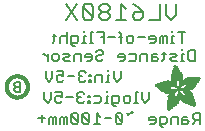
<source format=gbr>
G04 EAGLE Gerber RS-274X export*
G75*
%MOMM*%
%FSLAX34Y34*%
%LPD*%
%INSilkscreen Bottom*%
%IPPOS*%
%AMOC8*
5,1,8,0,0,1.08239X$1,22.5*%
G01*
%ADD10C,0.203200*%
%ADD11C,0.152400*%
%ADD12R,0.050800X0.006300*%
%ADD13R,0.082600X0.006400*%
%ADD14R,0.120600X0.006300*%
%ADD15R,0.139700X0.006400*%
%ADD16R,0.158800X0.006300*%
%ADD17R,0.177800X0.006400*%
%ADD18R,0.196800X0.006300*%
%ADD19R,0.215900X0.006400*%
%ADD20R,0.228600X0.006300*%
%ADD21R,0.241300X0.006400*%
%ADD22R,0.254000X0.006300*%
%ADD23R,0.266700X0.006400*%
%ADD24R,0.279400X0.006300*%
%ADD25R,0.285700X0.006400*%
%ADD26R,0.298400X0.006300*%
%ADD27R,0.311200X0.006400*%
%ADD28R,0.317500X0.006300*%
%ADD29R,0.330200X0.006400*%
%ADD30R,0.336600X0.006300*%
%ADD31R,0.349200X0.006400*%
%ADD32R,0.361900X0.006300*%
%ADD33R,0.368300X0.006400*%
%ADD34R,0.381000X0.006300*%
%ADD35R,0.387300X0.006400*%
%ADD36R,0.393700X0.006300*%
%ADD37R,0.406400X0.006400*%
%ADD38R,0.412700X0.006300*%
%ADD39R,0.419100X0.006400*%
%ADD40R,0.431800X0.006300*%
%ADD41R,0.438100X0.006400*%
%ADD42R,0.450800X0.006300*%
%ADD43R,0.457200X0.006400*%
%ADD44R,0.463500X0.006300*%
%ADD45R,0.476200X0.006400*%
%ADD46R,0.482600X0.006300*%
%ADD47R,0.488900X0.006400*%
%ADD48R,0.501600X0.006300*%
%ADD49R,0.508000X0.006400*%
%ADD50R,0.514300X0.006300*%
%ADD51R,0.527000X0.006400*%
%ADD52R,0.533400X0.006300*%
%ADD53R,0.546100X0.006400*%
%ADD54R,0.552400X0.006300*%
%ADD55R,0.558800X0.006400*%
%ADD56R,0.571500X0.006300*%
%ADD57R,0.577800X0.006400*%
%ADD58R,0.584200X0.006300*%
%ADD59R,0.596900X0.006400*%
%ADD60R,0.603200X0.006300*%
%ADD61R,0.609600X0.006400*%
%ADD62R,0.622300X0.006300*%
%ADD63R,0.628600X0.006400*%
%ADD64R,0.641300X0.006300*%
%ADD65R,0.647700X0.006400*%
%ADD66R,0.063500X0.006300*%
%ADD67R,0.654000X0.006300*%
%ADD68R,0.101600X0.006400*%
%ADD69R,0.666700X0.006400*%
%ADD70R,0.139700X0.006300*%
%ADD71R,0.673100X0.006300*%
%ADD72R,0.165100X0.006400*%
%ADD73R,0.679400X0.006400*%
%ADD74R,0.196900X0.006300*%
%ADD75R,0.692100X0.006300*%
%ADD76R,0.222200X0.006400*%
%ADD77R,0.698500X0.006400*%
%ADD78R,0.247700X0.006300*%
%ADD79R,0.704800X0.006300*%
%ADD80R,0.279400X0.006400*%
%ADD81R,0.717500X0.006400*%
%ADD82R,0.298500X0.006300*%
%ADD83R,0.723900X0.006300*%
%ADD84R,0.736600X0.006400*%
%ADD85R,0.342900X0.006300*%
%ADD86R,0.742900X0.006300*%
%ADD87R,0.374700X0.006400*%
%ADD88R,0.749300X0.006400*%
%ADD89R,0.762000X0.006300*%
%ADD90R,0.412700X0.006400*%
%ADD91R,0.768300X0.006400*%
%ADD92R,0.438100X0.006300*%
%ADD93R,0.774700X0.006300*%
%ADD94R,0.463600X0.006400*%
%ADD95R,0.787400X0.006400*%
%ADD96R,0.793700X0.006300*%
%ADD97R,0.495300X0.006400*%
%ADD98R,0.800100X0.006400*%
%ADD99R,0.520700X0.006300*%
%ADD100R,0.812800X0.006300*%
%ADD101R,0.533400X0.006400*%
%ADD102R,0.819100X0.006400*%
%ADD103R,0.558800X0.006300*%
%ADD104R,0.825500X0.006300*%
%ADD105R,0.577900X0.006400*%
%ADD106R,0.831800X0.006400*%
%ADD107R,0.596900X0.006300*%
%ADD108R,0.844500X0.006300*%
%ADD109R,0.616000X0.006400*%
%ADD110R,0.850900X0.006400*%
%ADD111R,0.635000X0.006300*%
%ADD112R,0.857200X0.006300*%
%ADD113R,0.654100X0.006400*%
%ADD114R,0.863600X0.006400*%
%ADD115R,0.666700X0.006300*%
%ADD116R,0.869900X0.006300*%
%ADD117R,0.685800X0.006400*%
%ADD118R,0.876300X0.006400*%
%ADD119R,0.882600X0.006300*%
%ADD120R,0.723900X0.006400*%
%ADD121R,0.889000X0.006400*%
%ADD122R,0.895300X0.006300*%
%ADD123R,0.755700X0.006400*%
%ADD124R,0.901700X0.006400*%
%ADD125R,0.908000X0.006300*%
%ADD126R,0.793800X0.006400*%
%ADD127R,0.914400X0.006400*%
%ADD128R,0.806400X0.006300*%
%ADD129R,0.920700X0.006300*%
%ADD130R,0.825500X0.006400*%
%ADD131R,0.927100X0.006400*%
%ADD132R,0.933400X0.006300*%
%ADD133R,0.857300X0.006400*%
%ADD134R,0.939800X0.006400*%
%ADD135R,0.870000X0.006300*%
%ADD136R,0.939800X0.006300*%
%ADD137R,0.946100X0.006400*%
%ADD138R,0.952500X0.006300*%
%ADD139R,0.908000X0.006400*%
%ADD140R,0.958800X0.006400*%
%ADD141R,0.965200X0.006300*%
%ADD142R,0.965200X0.006400*%
%ADD143R,0.971500X0.006300*%
%ADD144R,0.952500X0.006400*%
%ADD145R,0.977900X0.006400*%
%ADD146R,0.958800X0.006300*%
%ADD147R,0.984200X0.006300*%
%ADD148R,0.971500X0.006400*%
%ADD149R,0.984200X0.006400*%
%ADD150R,0.990600X0.006300*%
%ADD151R,0.984300X0.006400*%
%ADD152R,0.996900X0.006400*%
%ADD153R,0.997000X0.006300*%
%ADD154R,0.996900X0.006300*%
%ADD155R,1.003300X0.006400*%
%ADD156R,1.016000X0.006300*%
%ADD157R,1.009600X0.006300*%
%ADD158R,1.016000X0.006400*%
%ADD159R,1.009600X0.006400*%
%ADD160R,1.022300X0.006300*%
%ADD161R,1.028700X0.006400*%
%ADD162R,1.035100X0.006300*%
%ADD163R,1.047800X0.006400*%
%ADD164R,1.054100X0.006300*%
%ADD165R,1.028700X0.006300*%
%ADD166R,1.054100X0.006400*%
%ADD167R,1.035000X0.006400*%
%ADD168R,1.060400X0.006300*%
%ADD169R,1.035000X0.006300*%
%ADD170R,1.060500X0.006400*%
%ADD171R,1.041400X0.006400*%
%ADD172R,1.066800X0.006300*%
%ADD173R,1.041400X0.006300*%
%ADD174R,1.079500X0.006400*%
%ADD175R,1.047700X0.006400*%
%ADD176R,1.085900X0.006300*%
%ADD177R,1.047700X0.006300*%
%ADD178R,1.085800X0.006400*%
%ADD179R,1.092200X0.006300*%
%ADD180R,1.085900X0.006400*%
%ADD181R,1.098600X0.006300*%
%ADD182R,1.098600X0.006400*%
%ADD183R,1.060400X0.006400*%
%ADD184R,1.104900X0.006300*%
%ADD185R,1.104900X0.006400*%
%ADD186R,1.066800X0.006400*%
%ADD187R,1.111200X0.006300*%
%ADD188R,1.117600X0.006400*%
%ADD189R,1.117600X0.006300*%
%ADD190R,1.073100X0.006300*%
%ADD191R,1.073100X0.006400*%
%ADD192R,1.124000X0.006300*%
%ADD193R,1.079500X0.006300*%
%ADD194R,1.123900X0.006400*%
%ADD195R,1.130300X0.006300*%
%ADD196R,1.130300X0.006400*%
%ADD197R,1.136700X0.006400*%
%ADD198R,1.136700X0.006300*%
%ADD199R,1.085800X0.006300*%
%ADD200R,1.136600X0.006400*%
%ADD201R,1.136600X0.006300*%
%ADD202R,1.143000X0.006400*%
%ADD203R,1.143000X0.006300*%
%ADD204R,1.149400X0.006300*%
%ADD205R,1.149300X0.006300*%
%ADD206R,1.149300X0.006400*%
%ADD207R,1.149400X0.006400*%
%ADD208R,1.155700X0.006400*%
%ADD209R,1.155700X0.006300*%
%ADD210R,1.060500X0.006300*%
%ADD211R,2.197100X0.006400*%
%ADD212R,2.197100X0.006300*%
%ADD213R,2.184400X0.006300*%
%ADD214R,2.184400X0.006400*%
%ADD215R,2.171700X0.006400*%
%ADD216R,2.171700X0.006300*%
%ADD217R,1.530300X0.006400*%
%ADD218R,1.505000X0.006300*%
%ADD219R,1.492300X0.006400*%
%ADD220R,1.485900X0.006300*%
%ADD221R,0.565200X0.006300*%
%ADD222R,1.473200X0.006400*%
%ADD223R,0.565200X0.006400*%
%ADD224R,1.460500X0.006300*%
%ADD225R,1.454100X0.006400*%
%ADD226R,0.552400X0.006400*%
%ADD227R,1.441500X0.006300*%
%ADD228R,0.546100X0.006300*%
%ADD229R,1.435100X0.006400*%
%ADD230R,0.539800X0.006400*%
%ADD231R,1.428800X0.006300*%
%ADD232R,1.422400X0.006400*%
%ADD233R,1.409700X0.006300*%
%ADD234R,0.527100X0.006300*%
%ADD235R,1.403300X0.006400*%
%ADD236R,0.527100X0.006400*%
%ADD237R,1.390700X0.006300*%
%ADD238R,1.384300X0.006400*%
%ADD239R,0.520700X0.006400*%
%ADD240R,1.384300X0.006300*%
%ADD241R,0.514400X0.006300*%
%ADD242R,1.371600X0.006400*%
%ADD243R,1.365200X0.006300*%
%ADD244R,0.508000X0.006300*%
%ADD245R,1.352600X0.006400*%
%ADD246R,0.501700X0.006400*%
%ADD247R,0.711200X0.006300*%
%ADD248R,0.603300X0.006300*%
%ADD249R,0.501700X0.006300*%
%ADD250R,0.692100X0.006400*%
%ADD251R,0.571500X0.006400*%
%ADD252R,0.679400X0.006300*%
%ADD253R,0.495300X0.006300*%
%ADD254R,0.673100X0.006400*%
%ADD255R,0.666800X0.006300*%
%ADD256R,0.488900X0.006300*%
%ADD257R,0.660400X0.006400*%
%ADD258R,0.482600X0.006400*%
%ADD259R,0.476200X0.006300*%
%ADD260R,0.654000X0.006400*%
%ADD261R,0.469900X0.006400*%
%ADD262R,0.476300X0.006400*%
%ADD263R,0.647700X0.006300*%
%ADD264R,0.457200X0.006300*%
%ADD265R,0.469900X0.006300*%
%ADD266R,0.641300X0.006400*%
%ADD267R,0.444500X0.006400*%
%ADD268R,0.463600X0.006300*%
%ADD269R,0.635000X0.006400*%
%ADD270R,0.463500X0.006400*%
%ADD271R,0.393700X0.006400*%
%ADD272R,0.450800X0.006400*%
%ADD273R,0.628600X0.006300*%
%ADD274R,0.387400X0.006300*%
%ADD275R,0.450900X0.006300*%
%ADD276R,0.628700X0.006400*%
%ADD277R,0.374600X0.006400*%
%ADD278R,0.368300X0.006300*%
%ADD279R,0.438200X0.006300*%
%ADD280R,0.622300X0.006400*%
%ADD281R,0.355600X0.006400*%
%ADD282R,0.431800X0.006400*%
%ADD283R,0.349300X0.006300*%
%ADD284R,0.425400X0.006300*%
%ADD285R,0.615900X0.006300*%
%ADD286R,0.330200X0.006300*%
%ADD287R,0.419100X0.006300*%
%ADD288R,0.616000X0.006300*%
%ADD289R,0.311200X0.006300*%
%ADD290R,0.406400X0.006300*%
%ADD291R,0.615900X0.006400*%
%ADD292R,0.304800X0.006400*%
%ADD293R,0.158800X0.006400*%
%ADD294R,0.609600X0.006300*%
%ADD295R,0.292100X0.006300*%
%ADD296R,0.235000X0.006300*%
%ADD297R,0.387400X0.006400*%
%ADD298R,0.292100X0.006400*%
%ADD299R,0.336500X0.006300*%
%ADD300R,0.260400X0.006300*%
%ADD301R,0.603300X0.006400*%
%ADD302R,0.260400X0.006400*%
%ADD303R,0.362000X0.006400*%
%ADD304R,0.450900X0.006400*%
%ADD305R,0.355600X0.006300*%
%ADD306R,0.342900X0.006400*%
%ADD307R,0.514300X0.006400*%
%ADD308R,0.234900X0.006300*%
%ADD309R,0.539700X0.006300*%
%ADD310R,0.603200X0.006400*%
%ADD311R,0.234900X0.006400*%
%ADD312R,0.920700X0.006400*%
%ADD313R,0.958900X0.006400*%
%ADD314R,0.215900X0.006300*%
%ADD315R,0.209600X0.006400*%
%ADD316R,0.203200X0.006300*%
%ADD317R,1.003300X0.006300*%
%ADD318R,0.203200X0.006400*%
%ADD319R,0.196900X0.006400*%
%ADD320R,0.190500X0.006300*%
%ADD321R,0.190500X0.006400*%
%ADD322R,0.184200X0.006300*%
%ADD323R,0.590500X0.006400*%
%ADD324R,0.184200X0.006400*%
%ADD325R,0.590500X0.006300*%
%ADD326R,0.177800X0.006300*%
%ADD327R,0.584200X0.006400*%
%ADD328R,1.168400X0.006400*%
%ADD329R,0.171500X0.006300*%
%ADD330R,1.187500X0.006300*%
%ADD331R,1.200100X0.006400*%
%ADD332R,0.577800X0.006300*%
%ADD333R,1.212900X0.006300*%
%ADD334R,1.231900X0.006400*%
%ADD335R,1.250900X0.006300*%
%ADD336R,0.565100X0.006400*%
%ADD337R,0.184100X0.006400*%
%ADD338R,1.263700X0.006400*%
%ADD339R,0.565100X0.006300*%
%ADD340R,1.289100X0.006300*%
%ADD341R,1.314400X0.006400*%
%ADD342R,0.552500X0.006300*%
%ADD343R,1.568500X0.006300*%
%ADD344R,0.552500X0.006400*%
%ADD345R,1.581200X0.006400*%
%ADD346R,1.593800X0.006300*%
%ADD347R,1.606500X0.006400*%
%ADD348R,1.619300X0.006300*%
%ADD349R,0.514400X0.006400*%
%ADD350R,1.638300X0.006400*%
%ADD351R,1.657300X0.006300*%
%ADD352R,2.209800X0.006400*%
%ADD353R,2.425700X0.006300*%
%ADD354R,2.470100X0.006400*%
%ADD355R,2.501900X0.006300*%
%ADD356R,2.533700X0.006400*%
%ADD357R,2.559000X0.006300*%
%ADD358R,2.584500X0.006400*%
%ADD359R,2.609900X0.006300*%
%ADD360R,2.628900X0.006400*%
%ADD361R,2.660600X0.006300*%
%ADD362R,2.673400X0.006400*%
%ADD363R,1.422400X0.006300*%
%ADD364R,1.200200X0.006300*%
%ADD365R,1.365300X0.006300*%
%ADD366R,1.365300X0.006400*%
%ADD367R,1.352500X0.006300*%
%ADD368R,1.098500X0.006300*%
%ADD369R,1.358900X0.006400*%
%ADD370R,1.352600X0.006300*%
%ADD371R,1.358900X0.006300*%
%ADD372R,1.371600X0.006300*%
%ADD373R,1.377900X0.006400*%
%ADD374R,1.397000X0.006400*%
%ADD375R,1.403300X0.006300*%
%ADD376R,0.914400X0.006300*%
%ADD377R,0.876300X0.006300*%
%ADD378R,0.374600X0.006300*%
%ADD379R,1.073200X0.006400*%
%ADD380R,0.374700X0.006300*%
%ADD381R,0.844600X0.006400*%
%ADD382R,0.844600X0.006300*%
%ADD383R,0.831900X0.006400*%
%ADD384R,1.092200X0.006400*%
%ADD385R,0.400000X0.006300*%
%ADD386R,0.819200X0.006400*%
%ADD387R,1.111300X0.006400*%
%ADD388R,0.812800X0.006400*%
%ADD389R,0.800100X0.006300*%
%ADD390R,0.476300X0.006300*%
%ADD391R,1.181100X0.006300*%
%ADD392R,0.501600X0.006400*%
%ADD393R,1.193800X0.006400*%
%ADD394R,0.781000X0.006400*%
%ADD395R,1.238200X0.006400*%
%ADD396R,0.781100X0.006300*%
%ADD397R,1.257300X0.006300*%
%ADD398R,1.295400X0.006400*%
%ADD399R,1.333500X0.006300*%
%ADD400R,0.774700X0.006400*%
%ADD401R,1.866900X0.006400*%
%ADD402R,0.209600X0.006300*%
%ADD403R,1.866900X0.006300*%
%ADD404R,0.768400X0.006400*%
%ADD405R,0.209500X0.006400*%
%ADD406R,1.860600X0.006400*%
%ADD407R,0.762000X0.006400*%
%ADD408R,0.768400X0.006300*%
%ADD409R,1.860600X0.006300*%
%ADD410R,1.860500X0.006400*%
%ADD411R,0.222300X0.006300*%
%ADD412R,1.854200X0.006300*%
%ADD413R,0.235000X0.006400*%
%ADD414R,1.854200X0.006400*%
%ADD415R,0.768300X0.006300*%
%ADD416R,0.260300X0.006400*%
%ADD417R,1.847800X0.006400*%
%ADD418R,0.266700X0.006300*%
%ADD419R,1.847800X0.006300*%
%ADD420R,0.273100X0.006400*%
%ADD421R,1.841500X0.006400*%
%ADD422R,0.285800X0.006300*%
%ADD423R,1.841500X0.006300*%
%ADD424R,0.298500X0.006400*%
%ADD425R,1.835100X0.006400*%
%ADD426R,0.781000X0.006300*%
%ADD427R,0.304800X0.006300*%
%ADD428R,1.835100X0.006300*%
%ADD429R,0.317500X0.006400*%
%ADD430R,1.828800X0.006400*%
%ADD431R,0.787400X0.006300*%
%ADD432R,0.323800X0.006300*%
%ADD433R,1.828800X0.006300*%
%ADD434R,0.793700X0.006400*%
%ADD435R,1.822400X0.006400*%
%ADD436R,0.806500X0.006300*%
%ADD437R,1.822400X0.006300*%
%ADD438R,1.816100X0.006400*%
%ADD439R,0.819100X0.006300*%
%ADD440R,0.387300X0.006300*%
%ADD441R,1.816100X0.006300*%
%ADD442R,1.809800X0.006400*%
%ADD443R,1.803400X0.006300*%
%ADD444R,1.797000X0.006400*%
%ADD445R,0.901700X0.006300*%
%ADD446R,1.797000X0.006300*%
%ADD447R,1.441400X0.006400*%
%ADD448R,1.790700X0.006400*%
%ADD449R,1.447800X0.006300*%
%ADD450R,1.784300X0.006300*%
%ADD451R,1.447800X0.006400*%
%ADD452R,1.784300X0.006400*%
%ADD453R,1.454100X0.006300*%
%ADD454R,1.771700X0.006300*%
%ADD455R,1.460500X0.006400*%
%ADD456R,1.759000X0.006400*%
%ADD457R,1.466800X0.006300*%
%ADD458R,1.752600X0.006300*%
%ADD459R,1.466800X0.006400*%
%ADD460R,1.739900X0.006400*%
%ADD461R,1.473200X0.006300*%
%ADD462R,1.727200X0.006300*%
%ADD463R,1.479500X0.006400*%
%ADD464R,1.714500X0.006400*%
%ADD465R,1.695400X0.006300*%
%ADD466R,1.485900X0.006400*%
%ADD467R,1.682700X0.006400*%
%ADD468R,1.492200X0.006300*%
%ADD469R,1.663700X0.006300*%
%ADD470R,1.498600X0.006400*%
%ADD471R,1.644600X0.006400*%
%ADD472R,1.498600X0.006300*%
%ADD473R,1.619200X0.006300*%
%ADD474R,1.511300X0.006400*%
%ADD475R,1.600200X0.006400*%
%ADD476R,1.517700X0.006300*%
%ADD477R,1.574800X0.006300*%
%ADD478R,1.524000X0.006400*%
%ADD479R,1.555800X0.006400*%
%ADD480R,1.524000X0.006300*%
%ADD481R,1.536700X0.006300*%
%ADD482R,1.530400X0.006400*%
%ADD483R,1.517700X0.006400*%
%ADD484R,1.492300X0.006300*%
%ADD485R,1.549400X0.006400*%
%ADD486R,1.479600X0.006400*%
%ADD487R,1.549400X0.006300*%
%ADD488R,1.555700X0.006400*%
%ADD489R,1.562100X0.006300*%
%ADD490R,0.323900X0.006300*%
%ADD491R,1.568400X0.006400*%
%ADD492R,0.336600X0.006400*%
%ADD493R,1.587500X0.006300*%
%ADD494R,0.971600X0.006300*%
%ADD495R,0.349300X0.006400*%
%ADD496R,1.600200X0.006300*%
%ADD497R,0.920800X0.006300*%
%ADD498R,0.882700X0.006400*%
%ADD499R,1.612900X0.006300*%
%ADD500R,0.362000X0.006300*%
%ADD501R,1.625600X0.006400*%
%ADD502R,1.625600X0.006300*%
%ADD503R,1.644600X0.006300*%
%ADD504R,0.736600X0.006300*%
%ADD505R,0.717600X0.006400*%
%ADD506R,1.657400X0.006300*%
%ADD507R,0.679500X0.006300*%
%ADD508R,1.663700X0.006400*%
%ADD509R,0.400000X0.006400*%
%ADD510R,1.676400X0.006300*%
%ADD511R,1.676400X0.006400*%
%ADD512R,0.425500X0.006400*%
%ADD513R,1.352500X0.006400*%
%ADD514R,0.444500X0.006300*%
%ADD515R,0.361900X0.006400*%
%ADD516R,0.088900X0.006300*%
%ADD517R,1.009700X0.006300*%
%ADD518R,1.009700X0.006400*%
%ADD519R,1.022300X0.006400*%
%ADD520R,1.346200X0.006400*%
%ADD521R,1.346200X0.006300*%
%ADD522R,1.339900X0.006400*%
%ADD523R,1.035100X0.006400*%
%ADD524R,1.339800X0.006300*%
%ADD525R,1.333500X0.006400*%
%ADD526R,1.327200X0.006400*%
%ADD527R,1.320800X0.006300*%
%ADD528R,1.314500X0.006400*%
%ADD529R,1.314400X0.006300*%
%ADD530R,1.301700X0.006400*%
%ADD531R,1.295400X0.006300*%
%ADD532R,1.289000X0.006400*%
%ADD533R,1.276300X0.006300*%
%ADD534R,1.251000X0.006300*%
%ADD535R,1.244600X0.006400*%
%ADD536R,1.231900X0.006300*%
%ADD537R,1.212800X0.006400*%
%ADD538R,1.200100X0.006300*%
%ADD539R,1.187400X0.006400*%
%ADD540R,1.168400X0.006300*%
%ADD541R,1.047800X0.006300*%
%ADD542R,0.977900X0.006300*%
%ADD543R,0.946200X0.006400*%
%ADD544R,0.933400X0.006400*%
%ADD545R,0.895300X0.006400*%
%ADD546R,0.882700X0.006300*%
%ADD547R,0.863600X0.006300*%
%ADD548R,0.857200X0.006400*%
%ADD549R,0.850900X0.006300*%
%ADD550R,0.838200X0.006300*%
%ADD551R,0.806500X0.006400*%
%ADD552R,0.717600X0.006300*%
%ADD553R,0.711200X0.006400*%
%ADD554R,0.641400X0.006400*%
%ADD555R,0.641400X0.006300*%
%ADD556R,0.628700X0.006300*%
%ADD557R,0.590600X0.006300*%
%ADD558R,0.539700X0.006400*%
%ADD559R,0.285700X0.006300*%
%ADD560R,0.222200X0.006300*%
%ADD561R,0.171400X0.006300*%
%ADD562R,0.152400X0.006400*%
%ADD563R,0.133400X0.006300*%
%ADD564C,0.304800*%


D10*
X149699Y169175D02*
X149699Y160362D01*
X145292Y155956D01*
X140886Y160362D01*
X140886Y169175D01*
X135666Y169175D02*
X135666Y155956D01*
X126853Y155956D01*
X117227Y166972D02*
X112820Y169175D01*
X117227Y166972D02*
X121633Y162566D01*
X121633Y158159D01*
X119430Y155956D01*
X115024Y155956D01*
X112820Y158159D01*
X112820Y160362D01*
X115024Y162566D01*
X121633Y162566D01*
X107600Y164769D02*
X103194Y169175D01*
X103194Y155956D01*
X107600Y155956D02*
X98788Y155956D01*
X93568Y166972D02*
X91364Y169175D01*
X86958Y169175D01*
X84755Y166972D01*
X84755Y164769D01*
X86958Y162566D01*
X84755Y160362D01*
X84755Y158159D01*
X86958Y155956D01*
X91364Y155956D01*
X93568Y158159D01*
X93568Y160362D01*
X91364Y162566D01*
X93568Y164769D01*
X93568Y166972D01*
X91364Y162566D02*
X86958Y162566D01*
X79535Y158159D02*
X79535Y166972D01*
X77332Y169175D01*
X72925Y169175D01*
X70722Y166972D01*
X70722Y158159D01*
X72925Y155956D01*
X77332Y155956D01*
X79535Y158159D01*
X70722Y166972D01*
X65502Y169175D02*
X56689Y155956D01*
X65502Y155956D02*
X56689Y169175D01*
D11*
X154377Y145295D02*
X154377Y136652D01*
X157258Y145295D02*
X151496Y145295D01*
X147903Y142414D02*
X146463Y142414D01*
X146463Y136652D01*
X147903Y136652D02*
X145022Y136652D01*
X146463Y145295D02*
X146463Y146736D01*
X141666Y142414D02*
X141666Y136652D01*
X141666Y142414D02*
X140226Y142414D01*
X138785Y140974D01*
X138785Y136652D01*
X138785Y140974D02*
X137345Y142414D01*
X135904Y140974D01*
X135904Y136652D01*
X130871Y136652D02*
X127990Y136652D01*
X130871Y136652D02*
X132311Y138093D01*
X132311Y140974D01*
X130871Y142414D01*
X127990Y142414D01*
X126549Y140974D01*
X126549Y139533D01*
X132311Y139533D01*
X122956Y140974D02*
X117194Y140974D01*
X112160Y136652D02*
X109279Y136652D01*
X107839Y138093D01*
X107839Y140974D01*
X109279Y142414D01*
X112160Y142414D01*
X113601Y140974D01*
X113601Y138093D01*
X112160Y136652D01*
X102805Y136652D02*
X102805Y143855D01*
X101365Y145295D01*
X101365Y140974D02*
X104246Y140974D01*
X98009Y140974D02*
X92247Y140974D01*
X88654Y145295D02*
X88654Y136652D01*
X88654Y145295D02*
X82891Y145295D01*
X85773Y140974D02*
X88654Y140974D01*
X79299Y145295D02*
X77858Y145295D01*
X77858Y136652D01*
X79299Y136652D02*
X76417Y136652D01*
X73062Y142414D02*
X71621Y142414D01*
X71621Y136652D01*
X70181Y136652D02*
X73062Y136652D01*
X71621Y145295D02*
X71621Y146736D01*
X63944Y133771D02*
X62503Y133771D01*
X61063Y135211D01*
X61063Y142414D01*
X65384Y142414D01*
X66825Y140974D01*
X66825Y138093D01*
X65384Y136652D01*
X61063Y136652D01*
X57470Y136652D02*
X57470Y145295D01*
X56029Y142414D02*
X57470Y140974D01*
X56029Y142414D02*
X53148Y142414D01*
X51708Y140974D01*
X51708Y136652D01*
X46674Y138093D02*
X46674Y143855D01*
X46674Y138093D02*
X45233Y136652D01*
X45233Y142414D02*
X48115Y142414D01*
X165834Y130055D02*
X165834Y121412D01*
X161512Y121412D01*
X160072Y122853D01*
X160072Y128615D01*
X161512Y130055D01*
X165834Y130055D01*
X156479Y127174D02*
X155038Y127174D01*
X155038Y121412D01*
X153598Y121412D02*
X156479Y121412D01*
X155038Y130055D02*
X155038Y131496D01*
X150242Y121412D02*
X145920Y121412D01*
X144480Y122853D01*
X145920Y124293D01*
X148801Y124293D01*
X150242Y125734D01*
X148801Y127174D01*
X144480Y127174D01*
X139446Y128615D02*
X139446Y122853D01*
X138006Y121412D01*
X138006Y127174D02*
X140887Y127174D01*
X133209Y127174D02*
X130328Y127174D01*
X128888Y125734D01*
X128888Y121412D01*
X133209Y121412D01*
X134650Y122853D01*
X133209Y124293D01*
X128888Y124293D01*
X125295Y121412D02*
X125295Y127174D01*
X120973Y127174D01*
X119533Y125734D01*
X119533Y121412D01*
X114499Y127174D02*
X110177Y127174D01*
X114499Y127174D02*
X115940Y125734D01*
X115940Y122853D01*
X114499Y121412D01*
X110177Y121412D01*
X105144Y121412D02*
X102263Y121412D01*
X105144Y121412D02*
X106584Y122853D01*
X106584Y125734D01*
X105144Y127174D01*
X102263Y127174D01*
X100822Y125734D01*
X100822Y124293D01*
X106584Y124293D01*
X83552Y130055D02*
X82112Y128615D01*
X83552Y130055D02*
X86434Y130055D01*
X87874Y128615D01*
X87874Y127174D01*
X86434Y125734D01*
X83552Y125734D01*
X82112Y124293D01*
X82112Y122853D01*
X83552Y121412D01*
X86434Y121412D01*
X87874Y122853D01*
X77078Y121412D02*
X74197Y121412D01*
X77078Y121412D02*
X78519Y122853D01*
X78519Y125734D01*
X77078Y127174D01*
X74197Y127174D01*
X72757Y125734D01*
X72757Y124293D01*
X78519Y124293D01*
X69164Y121412D02*
X69164Y127174D01*
X64842Y127174D01*
X63401Y125734D01*
X63401Y121412D01*
X59809Y121412D02*
X55487Y121412D01*
X54046Y122853D01*
X55487Y124293D01*
X58368Y124293D01*
X59809Y125734D01*
X58368Y127174D01*
X54046Y127174D01*
X49013Y121412D02*
X46132Y121412D01*
X44691Y122853D01*
X44691Y125734D01*
X46132Y127174D01*
X49013Y127174D01*
X50453Y125734D01*
X50453Y122853D01*
X49013Y121412D01*
X41098Y121412D02*
X41098Y127174D01*
X41098Y124293D02*
X38217Y127174D01*
X36776Y127174D01*
X102611Y112275D02*
X102611Y106513D01*
X99730Y103632D01*
X96849Y106513D01*
X96849Y112275D01*
X93256Y109394D02*
X91815Y109394D01*
X91815Y103632D01*
X93256Y103632D02*
X90374Y103632D01*
X91815Y112275D02*
X91815Y113716D01*
X87019Y109394D02*
X87019Y103632D01*
X87019Y109394D02*
X82697Y109394D01*
X81257Y107954D01*
X81257Y103632D01*
X77664Y109394D02*
X76223Y109394D01*
X76223Y107954D01*
X77664Y107954D01*
X77664Y109394D01*
X77664Y105073D02*
X76223Y105073D01*
X76223Y103632D01*
X77664Y103632D01*
X77664Y105073D01*
X72986Y110835D02*
X71545Y112275D01*
X68664Y112275D01*
X67224Y110835D01*
X67224Y109394D01*
X68664Y107954D01*
X70105Y107954D01*
X68664Y107954D02*
X67224Y106513D01*
X67224Y105073D01*
X68664Y103632D01*
X71545Y103632D01*
X72986Y105073D01*
X63631Y107954D02*
X57869Y107954D01*
X54276Y112275D02*
X48513Y112275D01*
X54276Y112275D02*
X54276Y107954D01*
X51395Y109394D01*
X49954Y109394D01*
X48513Y107954D01*
X48513Y105073D01*
X49954Y103632D01*
X52835Y103632D01*
X54276Y105073D01*
X44920Y106513D02*
X44920Y112275D01*
X44920Y106513D02*
X42039Y103632D01*
X39158Y106513D01*
X39158Y112275D01*
X126514Y94495D02*
X126514Y88733D01*
X123633Y85852D01*
X120752Y88733D01*
X120752Y94495D01*
X117159Y94495D02*
X115719Y94495D01*
X115719Y85852D01*
X117159Y85852D02*
X114278Y85852D01*
X109482Y85852D02*
X106601Y85852D01*
X105160Y87293D01*
X105160Y90174D01*
X106601Y91614D01*
X109482Y91614D01*
X110922Y90174D01*
X110922Y87293D01*
X109482Y85852D01*
X98686Y82971D02*
X97246Y82971D01*
X95805Y84411D01*
X95805Y91614D01*
X100127Y91614D01*
X101567Y90174D01*
X101567Y87293D01*
X100127Y85852D01*
X95805Y85852D01*
X92212Y91614D02*
X90771Y91614D01*
X90771Y85852D01*
X89331Y85852D02*
X92212Y85852D01*
X90771Y94495D02*
X90771Y95936D01*
X84535Y91614D02*
X80213Y91614D01*
X84535Y91614D02*
X85975Y90174D01*
X85975Y87293D01*
X84535Y85852D01*
X80213Y85852D01*
X76620Y91614D02*
X75180Y91614D01*
X75180Y90174D01*
X76620Y90174D01*
X76620Y91614D01*
X76620Y87293D02*
X75180Y87293D01*
X75180Y85852D01*
X76620Y85852D01*
X76620Y87293D01*
X71942Y93055D02*
X70502Y94495D01*
X67621Y94495D01*
X66180Y93055D01*
X66180Y91614D01*
X67621Y90174D01*
X69061Y90174D01*
X67621Y90174D02*
X66180Y88733D01*
X66180Y87293D01*
X67621Y85852D01*
X70502Y85852D01*
X71942Y87293D01*
X62587Y90174D02*
X56825Y90174D01*
X53232Y94495D02*
X47470Y94495D01*
X53232Y94495D02*
X53232Y90174D01*
X50351Y91614D01*
X48910Y91614D01*
X47470Y90174D01*
X47470Y87293D01*
X48910Y85852D01*
X51792Y85852D01*
X53232Y87293D01*
X43877Y88733D02*
X43877Y94495D01*
X43877Y88733D02*
X40996Y85852D01*
X38115Y88733D01*
X38115Y94495D01*
X169732Y76715D02*
X169732Y68072D01*
X169732Y76715D02*
X165410Y76715D01*
X163970Y75275D01*
X163970Y72394D01*
X165410Y70953D01*
X169732Y70953D01*
X166851Y70953D02*
X163970Y68072D01*
X158936Y73834D02*
X156055Y73834D01*
X154615Y72394D01*
X154615Y68072D01*
X158936Y68072D01*
X160377Y69513D01*
X158936Y70953D01*
X154615Y70953D01*
X151022Y68072D02*
X151022Y73834D01*
X146700Y73834D01*
X145259Y72394D01*
X145259Y68072D01*
X138785Y65191D02*
X137345Y65191D01*
X135904Y66631D01*
X135904Y73834D01*
X140226Y73834D01*
X141666Y72394D01*
X141666Y69513D01*
X140226Y68072D01*
X135904Y68072D01*
X130871Y68072D02*
X127990Y68072D01*
X130871Y68072D02*
X132311Y69513D01*
X132311Y72394D01*
X130871Y73834D01*
X127990Y73834D01*
X126549Y72394D01*
X126549Y70953D01*
X132311Y70953D01*
X113601Y76715D02*
X112160Y78156D01*
X109279Y75275D01*
X107839Y76715D01*
X104246Y75275D02*
X104246Y69513D01*
X104246Y75275D02*
X102805Y76715D01*
X99924Y76715D01*
X98483Y75275D01*
X98483Y69513D01*
X99924Y68072D01*
X102805Y68072D01*
X104246Y69513D01*
X98483Y75275D01*
X94890Y72394D02*
X89128Y72394D01*
X85535Y73834D02*
X82654Y76715D01*
X82654Y68072D01*
X85535Y68072D02*
X79773Y68072D01*
X76180Y69513D02*
X76180Y75275D01*
X74740Y76715D01*
X71858Y76715D01*
X70418Y75275D01*
X70418Y69513D01*
X71858Y68072D01*
X74740Y68072D01*
X76180Y69513D01*
X70418Y75275D01*
X66825Y75275D02*
X66825Y69513D01*
X66825Y75275D02*
X65384Y76715D01*
X62503Y76715D01*
X61063Y75275D01*
X61063Y69513D01*
X62503Y68072D01*
X65384Y68072D01*
X66825Y69513D01*
X61063Y75275D01*
X57470Y73834D02*
X57470Y68072D01*
X57470Y73834D02*
X56029Y73834D01*
X54589Y72394D01*
X54589Y68072D01*
X54589Y72394D02*
X53148Y73834D01*
X51707Y72394D01*
X51707Y68072D01*
X48115Y68072D02*
X48115Y73834D01*
X46674Y73834D01*
X45233Y72394D01*
X45233Y68072D01*
X45233Y72394D02*
X43793Y73834D01*
X42352Y72394D01*
X42352Y68072D01*
X38759Y72394D02*
X32997Y72394D01*
X35878Y75275D02*
X35878Y69513D01*
D12*
X143542Y78931D03*
D13*
X143510Y78994D03*
D14*
X143510Y79058D03*
D15*
X143542Y79121D03*
D16*
X143510Y79185D03*
D17*
X143542Y79248D03*
D18*
X143510Y79312D03*
D19*
X143542Y79375D03*
D20*
X143542Y79439D03*
D21*
X143606Y79502D03*
D22*
X143605Y79566D03*
D23*
X143669Y79629D03*
D24*
X143669Y79693D03*
D25*
X143701Y79756D03*
D26*
X143764Y79820D03*
D27*
X143764Y79883D03*
D28*
X143796Y79947D03*
D29*
X143859Y80010D03*
D30*
X143891Y80074D03*
D31*
X143891Y80137D03*
D32*
X143955Y80201D03*
D33*
X143987Y80264D03*
D34*
X144050Y80328D03*
D35*
X144082Y80391D03*
D36*
X144114Y80455D03*
D37*
X144177Y80518D03*
D38*
X144209Y80582D03*
D39*
X144241Y80645D03*
D40*
X144304Y80709D03*
D41*
X144336Y80772D03*
D42*
X144399Y80836D03*
D43*
X144431Y80899D03*
D44*
X144463Y80963D03*
D45*
X144526Y81026D03*
D46*
X144558Y81090D03*
D47*
X144590Y81153D03*
D48*
X144653Y81217D03*
D49*
X144685Y81280D03*
D50*
X144717Y81344D03*
D51*
X144780Y81407D03*
D52*
X144812Y81471D03*
D53*
X144876Y81534D03*
D54*
X144907Y81598D03*
D55*
X144939Y81661D03*
D56*
X145003Y81725D03*
D57*
X145034Y81788D03*
D58*
X145066Y81852D03*
D59*
X145130Y81915D03*
D60*
X145161Y81979D03*
D61*
X145193Y82042D03*
D62*
X145257Y82106D03*
D63*
X145288Y82169D03*
D64*
X145352Y82233D03*
D65*
X145384Y82296D03*
D66*
X165196Y82360D03*
D67*
X145415Y82360D03*
D68*
X165195Y82423D03*
D69*
X145479Y82423D03*
D70*
X165132Y82487D03*
D71*
X145511Y82487D03*
D72*
X165069Y82550D03*
D73*
X145542Y82550D03*
D74*
X165037Y82614D03*
D75*
X145606Y82614D03*
D76*
X164973Y82677D03*
D77*
X145638Y82677D03*
D78*
X164910Y82741D03*
D79*
X145669Y82741D03*
D80*
X164814Y82804D03*
D81*
X145733Y82804D03*
D82*
X164783Y82868D03*
D83*
X145765Y82868D03*
D29*
X164687Y82931D03*
D84*
X145828Y82931D03*
D85*
X164624Y82995D03*
D86*
X145860Y82995D03*
D87*
X164529Y83058D03*
D88*
X145892Y83058D03*
D36*
X164434Y83122D03*
D89*
X145955Y83122D03*
D90*
X164402Y83185D03*
D91*
X145987Y83185D03*
D92*
X164275Y83249D03*
D93*
X146019Y83249D03*
D94*
X164211Y83312D03*
D95*
X146082Y83312D03*
D46*
X164116Y83376D03*
D96*
X146114Y83376D03*
D97*
X164053Y83439D03*
D98*
X146146Y83439D03*
D99*
X163926Y83503D03*
D100*
X146209Y83503D03*
D101*
X163862Y83566D03*
D102*
X146241Y83566D03*
D103*
X163735Y83630D03*
D104*
X146273Y83630D03*
D105*
X163640Y83693D03*
D106*
X146304Y83693D03*
D107*
X163545Y83757D03*
D108*
X146368Y83757D03*
D109*
X163449Y83820D03*
D110*
X146400Y83820D03*
D111*
X163354Y83884D03*
D112*
X146431Y83884D03*
D113*
X163259Y83947D03*
D114*
X146463Y83947D03*
D115*
X163132Y84011D03*
D116*
X146495Y84011D03*
D117*
X163036Y84074D03*
D118*
X146527Y84074D03*
D79*
X162941Y84138D03*
D119*
X146558Y84138D03*
D120*
X162846Y84201D03*
D121*
X146590Y84201D03*
D86*
X162751Y84265D03*
D122*
X146622Y84265D03*
D123*
X162624Y84328D03*
D124*
X146654Y84328D03*
D93*
X162529Y84392D03*
D125*
X146685Y84392D03*
D126*
X162433Y84455D03*
D127*
X146717Y84455D03*
D128*
X162306Y84519D03*
D129*
X146749Y84519D03*
D130*
X162211Y84582D03*
D131*
X146781Y84582D03*
D108*
X162116Y84646D03*
D132*
X146812Y84646D03*
D133*
X161989Y84709D03*
D134*
X146844Y84709D03*
D135*
X161925Y84773D03*
D136*
X146844Y84773D03*
D121*
X161830Y84836D03*
D137*
X146876Y84836D03*
D122*
X161735Y84900D03*
D138*
X146908Y84900D03*
D139*
X161671Y84963D03*
D140*
X146939Y84963D03*
D129*
X161608Y85027D03*
D141*
X146971Y85027D03*
D131*
X161513Y85090D03*
D142*
X146971Y85090D03*
D136*
X161449Y85154D03*
D143*
X147003Y85154D03*
D144*
X161386Y85217D03*
D145*
X147035Y85217D03*
D146*
X161290Y85281D03*
D147*
X147066Y85281D03*
D148*
X161227Y85344D03*
D149*
X147066Y85344D03*
D147*
X161163Y85408D03*
D150*
X147098Y85408D03*
D151*
X161100Y85471D03*
D152*
X147130Y85471D03*
D153*
X161036Y85535D03*
D154*
X147130Y85535D03*
D155*
X161005Y85598D03*
X147162Y85598D03*
D156*
X160941Y85662D03*
D157*
X147193Y85662D03*
D158*
X160877Y85725D03*
D159*
X147193Y85725D03*
D160*
X160846Y85789D03*
D156*
X147225Y85789D03*
D161*
X160751Y85852D03*
D158*
X147225Y85852D03*
D162*
X160719Y85916D03*
D160*
X147257Y85916D03*
D163*
X160655Y85979D03*
D161*
X147289Y85979D03*
D164*
X160624Y86043D03*
D165*
X147289Y86043D03*
D166*
X160560Y86106D03*
D167*
X147320Y86106D03*
D168*
X160528Y86170D03*
D169*
X147320Y86170D03*
D170*
X160465Y86233D03*
D171*
X147352Y86233D03*
D172*
X160433Y86297D03*
D173*
X147352Y86297D03*
D174*
X160370Y86360D03*
D175*
X147384Y86360D03*
D176*
X160338Y86424D03*
D177*
X147384Y86424D03*
D178*
X160274Y86487D03*
D166*
X147416Y86487D03*
D179*
X160242Y86551D03*
D164*
X147416Y86551D03*
D180*
X160211Y86614D03*
D166*
X147416Y86614D03*
D181*
X160147Y86678D03*
D168*
X147447Y86678D03*
D182*
X160147Y86741D03*
D183*
X147447Y86741D03*
D184*
X160116Y86805D03*
D172*
X147479Y86805D03*
D185*
X160052Y86868D03*
D186*
X147479Y86868D03*
D187*
X160020Y86932D03*
D172*
X147479Y86932D03*
D188*
X159988Y86995D03*
D186*
X147479Y86995D03*
D189*
X159925Y87059D03*
D190*
X147511Y87059D03*
D188*
X159925Y87122D03*
D191*
X147511Y87122D03*
D192*
X159893Y87186D03*
D193*
X147543Y87186D03*
D194*
X159830Y87249D03*
D174*
X147543Y87249D03*
D195*
X159798Y87313D03*
D193*
X147543Y87313D03*
D196*
X159798Y87376D03*
D174*
X147543Y87376D03*
D195*
X159735Y87440D03*
D193*
X147543Y87440D03*
D197*
X159703Y87503D03*
D178*
X147574Y87503D03*
D198*
X159703Y87567D03*
D199*
X147574Y87567D03*
D200*
X159639Y87630D03*
D174*
X147606Y87630D03*
D201*
X159639Y87694D03*
D193*
X147606Y87694D03*
D202*
X159607Y87757D03*
D180*
X147638Y87757D03*
D203*
X159544Y87821D03*
D176*
X147638Y87821D03*
D202*
X159544Y87884D03*
D180*
X147638Y87884D03*
D204*
X159512Y87948D03*
D176*
X147638Y87948D03*
D202*
X159480Y88011D03*
D180*
X147638Y88011D03*
D205*
X159449Y88075D03*
D176*
X147638Y88075D03*
D206*
X159449Y88138D03*
D180*
X147638Y88138D03*
D204*
X159385Y88202D03*
D176*
X147638Y88202D03*
D207*
X159385Y88265D03*
D180*
X147638Y88265D03*
D204*
X159385Y88329D03*
D199*
X147701Y88329D03*
D206*
X159322Y88392D03*
D178*
X147701Y88392D03*
D205*
X159322Y88456D03*
D199*
X147701Y88456D03*
D208*
X159290Y88519D03*
D178*
X147701Y88519D03*
D204*
X159258Y88583D03*
D199*
X147701Y88583D03*
D207*
X159258Y88646D03*
D178*
X147701Y88646D03*
D209*
X159227Y88710D03*
D199*
X147701Y88710D03*
D206*
X159195Y88773D03*
D178*
X147701Y88773D03*
D205*
X159195Y88837D03*
D193*
X147733Y88837D03*
D208*
X159163Y88900D03*
D174*
X147733Y88900D03*
D204*
X159131Y88964D03*
D193*
X147733Y88964D03*
D207*
X159131Y89027D03*
D174*
X147733Y89027D03*
D204*
X159131Y89091D03*
D193*
X147733Y89091D03*
D206*
X159068Y89154D03*
D191*
X147765Y89154D03*
D205*
X159068Y89218D03*
D190*
X147765Y89218D03*
D206*
X159068Y89281D03*
D186*
X147733Y89281D03*
D204*
X159004Y89345D03*
D172*
X147733Y89345D03*
D207*
X159004Y89408D03*
D186*
X147733Y89408D03*
D204*
X159004Y89472D03*
D210*
X147765Y89472D03*
D202*
X158972Y89535D03*
D170*
X147765Y89535D03*
D205*
X158941Y89599D03*
D210*
X147765Y89599D03*
D206*
X158941Y89662D03*
D166*
X147797Y89662D03*
D203*
X158909Y89726D03*
D164*
X147797Y89726D03*
D207*
X158877Y89789D03*
D166*
X147797Y89789D03*
D204*
X158877Y89853D03*
D164*
X147797Y89853D03*
D211*
X153575Y89916D03*
D212*
X153575Y89980D03*
D211*
X153575Y90043D03*
D213*
X153575Y90107D03*
D214*
X153575Y90170D03*
D213*
X153575Y90234D03*
D215*
X153575Y90297D03*
D216*
X153575Y90361D03*
D217*
X156782Y90424D03*
D59*
X145765Y90424D03*
D218*
X156845Y90488D03*
D58*
X145701Y90488D03*
D219*
X156909Y90551D03*
D57*
X145669Y90551D03*
D220*
X156941Y90615D03*
D221*
X145669Y90615D03*
D222*
X157004Y90678D03*
D223*
X145669Y90678D03*
D224*
X157004Y90742D03*
D54*
X145669Y90742D03*
D225*
X157036Y90805D03*
D226*
X145669Y90805D03*
D227*
X157036Y90869D03*
D228*
X145701Y90869D03*
D229*
X157068Y90932D03*
D230*
X145669Y90932D03*
D231*
X157099Y90996D03*
D52*
X145701Y90996D03*
D232*
X157131Y91059D03*
D101*
X145701Y91059D03*
D233*
X157131Y91123D03*
D234*
X145733Y91123D03*
D235*
X157163Y91186D03*
D236*
X145733Y91186D03*
D237*
X157163Y91250D03*
D99*
X145765Y91250D03*
D238*
X157195Y91313D03*
D239*
X145765Y91313D03*
D240*
X157195Y91377D03*
D241*
X145796Y91377D03*
D242*
X157194Y91440D03*
D49*
X145828Y91440D03*
D243*
X157226Y91504D03*
D244*
X145828Y91504D03*
D245*
X157226Y91567D03*
D246*
X145860Y91567D03*
D247*
X160433Y91631D03*
D248*
X153480Y91631D03*
D249*
X145860Y91631D03*
D250*
X160465Y91694D03*
D251*
X153385Y91694D03*
D97*
X145892Y91694D03*
D252*
X160528Y91758D03*
D228*
X153321Y91758D03*
D253*
X145955Y91758D03*
D254*
X160497Y91821D03*
D101*
X153257Y91821D03*
D47*
X145987Y91821D03*
D255*
X160528Y91885D03*
D50*
X153226Y91885D03*
D256*
X145987Y91885D03*
D257*
X160560Y91948D03*
D97*
X153194Y91948D03*
D258*
X146018Y91948D03*
D67*
X160528Y92012D03*
D46*
X153130Y92012D03*
D259*
X146050Y92012D03*
D260*
X160528Y92075D03*
D261*
X153131Y92075D03*
D262*
X146114Y92075D03*
D263*
X160497Y92139D03*
D264*
X153067Y92139D03*
D265*
X146146Y92139D03*
D266*
X160465Y92202D03*
D267*
X153067Y92202D03*
D261*
X146146Y92202D03*
D64*
X160465Y92266D03*
D40*
X153003Y92266D03*
D268*
X146177Y92266D03*
D269*
X160433Y92329D03*
D39*
X153004Y92329D03*
D270*
X146241Y92329D03*
D111*
X160433Y92393D03*
D38*
X152972Y92393D03*
D264*
X146272Y92393D03*
D63*
X160401Y92456D03*
D271*
X152940Y92456D03*
D272*
X146304Y92456D03*
D273*
X160401Y92520D03*
D274*
X152908Y92520D03*
D275*
X146368Y92520D03*
D276*
X160338Y92583D03*
D277*
X152908Y92583D03*
D267*
X146400Y92583D03*
D62*
X160306Y92647D03*
D278*
X152877Y92647D03*
D279*
X146431Y92647D03*
D280*
X160306Y92710D03*
D281*
X152876Y92710D03*
D282*
X146526Y92710D03*
D62*
X160243Y92774D03*
D283*
X152845Y92774D03*
D284*
X146558Y92774D03*
D280*
X160243Y92837D03*
D29*
X152813Y92837D03*
D39*
X146590Y92837D03*
D285*
X160211Y92901D03*
D286*
X152813Y92901D03*
D287*
X146654Y92901D03*
D109*
X160147Y92964D03*
D27*
X152781Y92964D03*
D37*
X146717Y92964D03*
D288*
X160147Y93028D03*
D289*
X152781Y93028D03*
D290*
X146780Y93028D03*
D291*
X160084Y93091D03*
D292*
X152749Y93091D03*
D271*
X146844Y93091D03*
D293*
X142875Y93091D03*
D294*
X160052Y93155D03*
D295*
X152750Y93155D03*
D36*
X146908Y93155D03*
D296*
X142875Y93155D03*
D109*
X160020Y93218D03*
D25*
X152718Y93218D03*
D297*
X146939Y93218D03*
D298*
X142844Y93218D03*
D285*
X159957Y93282D03*
D24*
X152686Y93282D03*
D34*
X147034Y93282D03*
D299*
X142812Y93282D03*
D61*
X159925Y93345D03*
D23*
X152686Y93345D03*
D277*
X147066Y93345D03*
D87*
X142812Y93345D03*
D294*
X159861Y93409D03*
D300*
X152654Y93409D03*
D278*
X147162Y93409D03*
D38*
X142812Y93409D03*
D301*
X159830Y93472D03*
D302*
X152654Y93472D03*
D303*
X147193Y93472D03*
D304*
X142812Y93472D03*
D294*
X159798Y93536D03*
D22*
X152622Y93536D03*
D305*
X147288Y93536D03*
D46*
X142843Y93536D03*
D61*
X159734Y93599D03*
D21*
X152623Y93599D03*
D306*
X147352Y93599D03*
D307*
X142812Y93599D03*
D248*
X159703Y93663D03*
D308*
X152591Y93663D03*
D85*
X147416Y93663D03*
D309*
X142812Y93663D03*
D310*
X159639Y93726D03*
D311*
X152591Y93726D03*
D312*
X144590Y93726D03*
D248*
X159576Y93790D03*
D20*
X152559Y93790D03*
D132*
X144526Y93790D03*
D310*
X159512Y93853D03*
D19*
X152559Y93853D03*
D313*
X144463Y93853D03*
D107*
X159481Y93917D03*
D314*
X152559Y93917D03*
D141*
X144431Y93917D03*
D59*
X159417Y93980D03*
D315*
X152527Y93980D03*
D149*
X144399Y93980D03*
D107*
X159354Y94044D03*
D316*
X152495Y94044D03*
D317*
X144368Y94044D03*
D59*
X159290Y94107D03*
D318*
X152495Y94107D03*
D158*
X144304Y94107D03*
D107*
X159227Y94171D03*
D74*
X152464Y94171D03*
D169*
X144272Y94171D03*
D59*
X159163Y94234D03*
D319*
X152464Y94234D03*
D163*
X144272Y94234D03*
D107*
X159100Y94298D03*
D320*
X152432Y94298D03*
D172*
X144240Y94298D03*
D59*
X159036Y94361D03*
D321*
X152432Y94361D03*
D191*
X144209Y94361D03*
D107*
X158973Y94425D03*
D322*
X152400Y94425D03*
D179*
X144177Y94425D03*
D323*
X158941Y94488D03*
D324*
X152400Y94488D03*
D185*
X144177Y94488D03*
D325*
X158814Y94552D03*
D326*
X152368Y94552D03*
D192*
X144145Y94552D03*
D327*
X158782Y94615D03*
D17*
X152368Y94615D03*
D200*
X144145Y94615D03*
D325*
X158687Y94679D03*
D326*
X152368Y94679D03*
D209*
X144114Y94679D03*
D327*
X158591Y94742D03*
D17*
X152368Y94742D03*
D328*
X144113Y94742D03*
D58*
X158528Y94806D03*
D329*
X152337Y94806D03*
D330*
X144082Y94806D03*
D105*
X158433Y94869D03*
D17*
X152305Y94869D03*
D331*
X144082Y94869D03*
D332*
X158369Y94933D03*
D326*
X152305Y94933D03*
D333*
X144082Y94933D03*
D57*
X158242Y94996D03*
D324*
X152273Y94996D03*
D334*
X144050Y94996D03*
D56*
X158147Y95060D03*
D322*
X152273Y95060D03*
D335*
X144082Y95060D03*
D336*
X158052Y95123D03*
D337*
X152210Y95123D03*
D338*
X144082Y95123D03*
D339*
X157925Y95187D03*
D74*
X152210Y95187D03*
D340*
X144082Y95187D03*
D55*
X157829Y95250D03*
D315*
X152146Y95250D03*
D341*
X144145Y95250D03*
D342*
X157671Y95314D03*
D343*
X145352Y95314D03*
D344*
X157544Y95377D03*
D345*
X145288Y95377D03*
D52*
X157385Y95441D03*
D346*
X145288Y95441D03*
D101*
X157194Y95504D03*
D347*
X145225Y95504D03*
D99*
X157068Y95568D03*
D348*
X145225Y95568D03*
D349*
X156845Y95631D03*
D350*
X145193Y95631D03*
D99*
X156623Y95695D03*
D351*
X145225Y95695D03*
D352*
X147923Y95758D03*
D353*
X148876Y95822D03*
D354*
X149035Y95885D03*
D355*
X149130Y95949D03*
D356*
X149162Y96012D03*
D357*
X149225Y96076D03*
D358*
X149289Y96139D03*
D359*
X149289Y96203D03*
D360*
X149321Y96266D03*
D361*
X149352Y96330D03*
D362*
X149352Y96393D03*
D363*
X155797Y96457D03*
D364*
X141859Y96457D03*
D238*
X156052Y96520D03*
D208*
X141574Y96520D03*
D365*
X156274Y96584D03*
D192*
X141351Y96584D03*
D366*
X156401Y96647D03*
D188*
X141192Y96647D03*
D367*
X156528Y96711D03*
D368*
X141034Y96711D03*
D369*
X156623Y96774D03*
D180*
X140907Y96774D03*
D370*
X156718Y96838D03*
D193*
X140748Y96838D03*
D369*
X156814Y96901D03*
D186*
X140621Y96901D03*
D371*
X156877Y96965D03*
D210*
X140526Y96965D03*
D242*
X156940Y97028D03*
D170*
X140399Y97028D03*
D372*
X157004Y97092D03*
D164*
X140304Y97092D03*
D373*
X157036Y97155D03*
D183*
X140208Y97155D03*
D240*
X157068Y97219D03*
D164*
X140113Y97219D03*
D374*
X157131Y97282D03*
D170*
X140018Y97282D03*
D375*
X157163Y97346D03*
D164*
X139923Y97346D03*
D134*
X159544Y97409D03*
D37*
X152178Y97409D03*
D166*
X139859Y97409D03*
D376*
X159734Y97473D03*
D36*
X152051Y97473D03*
D210*
X139764Y97473D03*
D121*
X159925Y97536D03*
D87*
X151956Y97536D03*
D183*
X139700Y97536D03*
D377*
X160052Y97600D03*
D378*
X151892Y97600D03*
D190*
X139637Y97600D03*
D114*
X160179Y97663D03*
D33*
X151861Y97663D03*
D379*
X139573Y97663D03*
D112*
X160274Y97727D03*
D380*
X151829Y97727D03*
D190*
X139510Y97727D03*
D381*
X160401Y97790D03*
D277*
X151765Y97790D03*
D178*
X139446Y97790D03*
D382*
X160528Y97854D03*
D34*
X151733Y97854D03*
D179*
X139414Y97854D03*
D383*
X160592Y97917D03*
D35*
X151702Y97917D03*
D384*
X139351Y97917D03*
D104*
X160687Y97981D03*
D385*
X151638Y97981D03*
D184*
X139288Y97981D03*
D386*
X160782Y98044D03*
D37*
X151606Y98044D03*
D387*
X139256Y98044D03*
D100*
X160877Y98108D03*
D287*
X151543Y98108D03*
D195*
X139224Y98108D03*
D388*
X160941Y98171D03*
D282*
X151479Y98171D03*
D200*
X139192Y98171D03*
D128*
X161036Y98235D03*
D92*
X151448Y98235D03*
D204*
X139192Y98235D03*
D98*
X161132Y98298D03*
D94*
X151384Y98298D03*
D328*
X139160Y98298D03*
D389*
X161195Y98362D03*
D390*
X151321Y98362D03*
D391*
X139161Y98362D03*
D126*
X161290Y98425D03*
D392*
X151257Y98425D03*
D393*
X139160Y98425D03*
D96*
X161354Y98489D03*
D50*
X151194Y98489D03*
D333*
X139129Y98489D03*
D394*
X161417Y98552D03*
D53*
X151099Y98552D03*
D395*
X139192Y98552D03*
D396*
X161481Y98616D03*
D332*
X151003Y98616D03*
D397*
X139224Y98616D03*
D394*
X161544Y98679D03*
D109*
X150876Y98679D03*
D398*
X139287Y98679D03*
D396*
X161608Y98743D03*
D20*
X152813Y98743D03*
D284*
X149479Y98743D03*
D399*
X139415Y98743D03*
D400*
X161640Y98806D03*
D19*
X152940Y98806D03*
D401*
X142018Y98806D03*
D93*
X161703Y98870D03*
D402*
X153035Y98870D03*
D403*
X141955Y98870D03*
D404*
X161798Y98933D03*
D405*
X153099Y98933D03*
D406*
X141859Y98933D03*
D93*
X161830Y98997D03*
D402*
X153162Y98997D03*
D403*
X141828Y98997D03*
D407*
X161893Y99060D03*
D19*
X153194Y99060D03*
D406*
X141732Y99060D03*
D408*
X161925Y99124D03*
D314*
X153258Y99124D03*
D409*
X141732Y99124D03*
D91*
X161989Y99187D03*
D76*
X153289Y99187D03*
D410*
X141669Y99187D03*
D408*
X162052Y99251D03*
D411*
X153353Y99251D03*
D412*
X141637Y99251D03*
D407*
X162084Y99314D03*
D413*
X153416Y99314D03*
D414*
X141573Y99314D03*
D415*
X162116Y99378D03*
D308*
X153480Y99378D03*
D412*
X141573Y99378D03*
D404*
X162179Y99441D03*
D21*
X153512Y99441D03*
D414*
X141510Y99441D03*
D89*
X162211Y99505D03*
D22*
X153575Y99505D03*
D412*
X141510Y99505D03*
D91*
X162243Y99568D03*
D416*
X153607Y99568D03*
D417*
X141478Y99568D03*
D408*
X162306Y99632D03*
D418*
X153702Y99632D03*
D419*
X141478Y99632D03*
D400*
X162338Y99695D03*
D420*
X153734Y99695D03*
D421*
X141447Y99695D03*
D93*
X162338Y99759D03*
D422*
X153797Y99759D03*
D423*
X141447Y99759D03*
D400*
X162402Y99822D03*
D424*
X153861Y99822D03*
D425*
X141415Y99822D03*
D426*
X162433Y99886D03*
D427*
X153956Y99886D03*
D428*
X141415Y99886D03*
D95*
X162465Y99949D03*
D429*
X154020Y99949D03*
D430*
X141383Y99949D03*
D431*
X162465Y100013D03*
D432*
X154051Y100013D03*
D433*
X141383Y100013D03*
D434*
X162497Y100076D03*
D306*
X154147Y100076D03*
D435*
X141351Y100076D03*
D436*
X162497Y100140D03*
D305*
X154210Y100140D03*
D437*
X141351Y100140D03*
D388*
X162528Y100203D03*
D277*
X154305Y100203D03*
D438*
X141383Y100203D03*
D439*
X162497Y100267D03*
D440*
X154369Y100267D03*
D441*
X141383Y100267D03*
D383*
X162497Y100330D03*
D37*
X154464Y100330D03*
D442*
X141351Y100330D03*
D108*
X162497Y100394D03*
D284*
X154559Y100394D03*
D443*
X141383Y100394D03*
D114*
X162401Y100457D03*
D43*
X154718Y100457D03*
D444*
X141351Y100457D03*
D445*
X162275Y100521D03*
D48*
X154940Y100521D03*
D446*
X141351Y100521D03*
D447*
X159639Y100584D03*
D448*
X141383Y100584D03*
D449*
X159671Y100648D03*
D450*
X141415Y100648D03*
D451*
X159671Y100711D03*
D452*
X141415Y100711D03*
D453*
X159703Y100775D03*
D454*
X141415Y100775D03*
D455*
X159735Y100838D03*
D456*
X141478Y100838D03*
D457*
X159766Y100902D03*
D458*
X141510Y100902D03*
D459*
X159766Y100965D03*
D460*
X141574Y100965D03*
D461*
X159798Y101029D03*
D462*
X141573Y101029D03*
D463*
X159830Y101092D03*
D464*
X141637Y101092D03*
D220*
X159862Y101156D03*
D465*
X141732Y101156D03*
D466*
X159862Y101219D03*
D467*
X141796Y101219D03*
D468*
X159893Y101283D03*
D469*
X141891Y101283D03*
D470*
X159925Y101346D03*
D471*
X141986Y101346D03*
D472*
X159925Y101410D03*
D473*
X142113Y101410D03*
D474*
X159925Y101473D03*
D475*
X142145Y101473D03*
D476*
X159957Y101537D03*
D477*
X142272Y101537D03*
D478*
X159988Y101600D03*
D479*
X142367Y101600D03*
D480*
X159988Y101664D03*
D481*
X142463Y101664D03*
D482*
X160020Y101727D03*
D483*
X142558Y101727D03*
D481*
X160052Y101791D03*
D484*
X142685Y101791D03*
D485*
X160052Y101854D03*
D486*
X142748Y101854D03*
D487*
X160052Y101918D03*
D289*
X148590Y101918D03*
D203*
X141256Y101918D03*
D488*
X160084Y101981D03*
D429*
X148559Y101981D03*
D185*
X141320Y101981D03*
D489*
X160116Y102045D03*
D490*
X148527Y102045D03*
D199*
X141351Y102045D03*
D491*
X160147Y102108D03*
D29*
X148495Y102108D03*
D166*
X141447Y102108D03*
D477*
X160115Y102172D03*
D286*
X148495Y102172D03*
D165*
X141510Y102172D03*
D345*
X160147Y102235D03*
D492*
X148463Y102235D03*
D152*
X141542Y102235D03*
D493*
X160179Y102299D03*
D85*
X148432Y102299D03*
D494*
X141605Y102299D03*
D475*
X160179Y102362D03*
D495*
X148400Y102362D03*
D134*
X141700Y102362D03*
D496*
X160179Y102426D03*
D305*
X148368Y102426D03*
D497*
X141732Y102426D03*
D347*
X160211Y102489D03*
D281*
X148368Y102489D03*
D498*
X141796Y102489D03*
D499*
X160243Y102553D03*
D500*
X148336Y102553D03*
D112*
X141859Y102553D03*
D501*
X160242Y102616D03*
D33*
X148305Y102616D03*
D383*
X141923Y102616D03*
D502*
X160242Y102680D03*
D380*
X148273Y102680D03*
D389*
X141955Y102680D03*
D350*
X160243Y102743D03*
D87*
X148273Y102743D03*
D400*
X142018Y102743D03*
D503*
X160274Y102807D03*
D34*
X148241Y102807D03*
D504*
X142081Y102807D03*
D471*
X160274Y102870D03*
D297*
X148209Y102870D03*
D505*
X142113Y102870D03*
D506*
X160274Y102934D03*
D385*
X148209Y102934D03*
D507*
X142177Y102934D03*
D508*
X160306Y102997D03*
D509*
X148209Y102997D03*
D65*
X142209Y102997D03*
D510*
X160306Y103061D03*
D290*
X148177Y103061D03*
D288*
X142240Y103061D03*
D511*
X160306Y103124D03*
D90*
X148146Y103124D03*
D323*
X142304Y103124D03*
D367*
X161989Y103188D03*
D286*
X153511Y103188D03*
D38*
X148146Y103188D03*
D228*
X142336Y103188D03*
D245*
X162052Y103251D03*
D492*
X153543Y103251D03*
D512*
X148146Y103251D03*
D239*
X142336Y103251D03*
D367*
X162116Y103315D03*
D85*
X153512Y103315D03*
D40*
X148114Y103315D03*
D259*
X142367Y103315D03*
D513*
X162116Y103378D03*
D31*
X153543Y103378D03*
D282*
X148114Y103378D03*
D267*
X142399Y103378D03*
D370*
X162179Y103442D03*
D305*
X153511Y103442D03*
D514*
X148114Y103442D03*
D290*
X142399Y103442D03*
D513*
X162243Y103505D03*
D515*
X153480Y103505D03*
D267*
X148114Y103505D03*
D495*
X142431Y103505D03*
D371*
X162275Y103569D03*
D278*
X153512Y103569D03*
D42*
X148082Y103569D03*
D295*
X142463Y103569D03*
D245*
X162306Y103632D03*
D87*
X153480Y103632D03*
D43*
X148114Y103632D03*
D315*
X142494Y103632D03*
D367*
X162370Y103696D03*
D34*
X153448Y103696D03*
D265*
X148114Y103696D03*
D516*
X142526Y103696D03*
D369*
X162402Y103759D03*
D271*
X153448Y103759D03*
D261*
X148114Y103759D03*
D370*
X162433Y103823D03*
D385*
X153416Y103823D03*
D46*
X148114Y103823D03*
D513*
X162497Y103886D03*
D37*
X153384Y103886D03*
D47*
X148146Y103886D03*
D371*
X162529Y103950D03*
D287*
X153385Y103950D03*
D253*
X148178Y103950D03*
D369*
X162592Y104013D03*
D282*
X153321Y104013D03*
D49*
X148177Y104013D03*
D367*
X162624Y104077D03*
D150*
X150590Y104077D03*
D369*
X162656Y104140D03*
D152*
X150559Y104140D03*
D371*
X162719Y104204D03*
D154*
X150559Y104204D03*
D513*
X162751Y104267D03*
D155*
X150591Y104267D03*
D370*
X162814Y104331D03*
D517*
X150559Y104331D03*
D369*
X162846Y104394D03*
D518*
X150559Y104394D03*
D371*
X162910Y104458D03*
D156*
X150590Y104458D03*
D245*
X162941Y104521D03*
D519*
X150559Y104521D03*
D367*
X163005Y104585D03*
D160*
X150559Y104585D03*
D520*
X163036Y104648D03*
D519*
X150559Y104648D03*
D521*
X163100Y104712D03*
D165*
X150591Y104712D03*
D522*
X163132Y104775D03*
D523*
X150559Y104775D03*
D524*
X163195Y104839D03*
D162*
X150559Y104839D03*
D525*
X163227Y104902D03*
D523*
X150559Y104902D03*
D399*
X163291Y104966D03*
D173*
X150590Y104966D03*
D526*
X163322Y105029D03*
D175*
X150559Y105029D03*
D527*
X163354Y105093D03*
D177*
X150559Y105093D03*
D528*
X163386Y105156D03*
D175*
X150559Y105156D03*
D529*
X163449Y105220D03*
D177*
X150559Y105220D03*
D530*
X163513Y105283D03*
D166*
X150591Y105283D03*
D531*
X163544Y105347D03*
D210*
X150559Y105347D03*
D532*
X163576Y105410D03*
D170*
X150559Y105410D03*
D533*
X163640Y105474D03*
D210*
X150559Y105474D03*
D338*
X163640Y105537D03*
D170*
X150559Y105537D03*
D534*
X163703Y105601D03*
D210*
X150559Y105601D03*
D535*
X163735Y105664D03*
D170*
X150559Y105664D03*
D536*
X163799Y105728D03*
D210*
X150559Y105728D03*
D537*
X163830Y105791D03*
D170*
X150559Y105791D03*
D538*
X163894Y105855D03*
D210*
X150559Y105855D03*
D539*
X163957Y105918D03*
D170*
X150559Y105918D03*
D540*
X163989Y105982D03*
D172*
X150527Y105982D03*
D206*
X164021Y106045D03*
D186*
X150527Y106045D03*
D195*
X164116Y106109D03*
D172*
X150527Y106109D03*
D387*
X164148Y106172D03*
D186*
X150527Y106172D03*
D199*
X164211Y106236D03*
D172*
X150527Y106236D03*
D186*
X164306Y106299D03*
X150527Y106299D03*
D173*
X164370Y106363D03*
D172*
X150527Y106363D03*
D159*
X164465Y106426D03*
D186*
X150527Y106426D03*
D143*
X164529Y106490D03*
D172*
X150527Y106490D03*
D131*
X164624Y106553D03*
D186*
X150527Y106553D03*
D377*
X164751Y106617D03*
D172*
X150527Y106617D03*
D434*
X164910Y106680D03*
D186*
X150527Y106680D03*
D172*
X150527Y106744D03*
D186*
X150527Y106807D03*
D164*
X150527Y106871D03*
D166*
X150527Y106934D03*
D164*
X150527Y106998D03*
D166*
X150527Y107061D03*
D164*
X150527Y107125D03*
D163*
X150495Y107188D03*
D541*
X150495Y107252D03*
D163*
X150495Y107315D03*
D541*
X150495Y107379D03*
D163*
X150495Y107442D03*
D173*
X150463Y107506D03*
D167*
X150495Y107569D03*
D169*
X150495Y107633D03*
D167*
X150495Y107696D03*
D165*
X150464Y107760D03*
D161*
X150464Y107823D03*
D165*
X150464Y107887D03*
D158*
X150463Y107950D03*
D156*
X150463Y108014D03*
D158*
X150463Y108077D03*
D517*
X150432Y108141D03*
D518*
X150432Y108204D03*
D317*
X150464Y108268D03*
D152*
X150432Y108331D03*
D154*
X150432Y108395D03*
D152*
X150432Y108458D03*
D150*
X150400Y108522D03*
D151*
X150432Y108585D03*
D542*
X150400Y108649D03*
D145*
X150400Y108712D03*
D143*
X150432Y108776D03*
D142*
X150400Y108839D03*
D141*
X150400Y108903D03*
D140*
X150368Y108966D03*
D138*
X150400Y109030D03*
D543*
X150368Y109093D03*
D136*
X150400Y109157D03*
D544*
X150368Y109220D03*
D132*
X150368Y109284D03*
D131*
X150337Y109347D03*
D497*
X150368Y109411D03*
D127*
X150336Y109474D03*
D376*
X150336Y109538D03*
D124*
X150337Y109601D03*
D445*
X150337Y109665D03*
D545*
X150305Y109728D03*
D546*
X150305Y109792D03*
D498*
X150305Y109855D03*
D377*
X150273Y109919D03*
D114*
X150273Y109982D03*
D547*
X150273Y110046D03*
D548*
X150241Y110109D03*
D549*
X150273Y110173D03*
D381*
X150241Y110236D03*
D550*
X150209Y110300D03*
D106*
X150241Y110363D03*
D104*
X150210Y110427D03*
D102*
X150178Y110490D03*
D436*
X150178Y110554D03*
D551*
X150178Y110617D03*
D389*
X150146Y110681D03*
D126*
X150114Y110744D03*
D426*
X150114Y110808D03*
D394*
X150114Y110871D03*
D408*
X150114Y110935D03*
D407*
X150082Y110998D03*
D89*
X150082Y111062D03*
D123*
X150051Y111125D03*
D86*
X150051Y111189D03*
D84*
X150019Y111252D03*
D504*
X150019Y111316D03*
D120*
X150019Y111379D03*
D552*
X149987Y111443D03*
D553*
X149955Y111506D03*
D79*
X149987Y111570D03*
D77*
X149956Y111633D03*
D75*
X149924Y111697D03*
D117*
X149955Y111760D03*
D507*
X149924Y111824D03*
D254*
X149892Y111887D03*
D115*
X149924Y111951D03*
D257*
X149892Y112014D03*
D67*
X149860Y112078D03*
D554*
X149860Y112141D03*
D555*
X149860Y112205D03*
D269*
X149828Y112268D03*
D556*
X149797Y112332D03*
D280*
X149829Y112395D03*
D285*
X149797Y112459D03*
D61*
X149765Y112522D03*
D107*
X149765Y112586D03*
D59*
X149765Y112649D03*
D557*
X149733Y112713D03*
D57*
X149733Y112776D03*
D56*
X149702Y112840D03*
D251*
X149702Y112903D03*
D103*
X149701Y112967D03*
D344*
X149670Y113030D03*
D342*
X149670Y113094D03*
D558*
X149670Y113157D03*
D52*
X149638Y113221D03*
D51*
X149606Y113284D03*
D99*
X149638Y113348D03*
D349*
X149606Y113411D03*
D244*
X149574Y113475D03*
D392*
X149606Y113538D03*
D253*
X149575Y113602D03*
D47*
X149543Y113665D03*
D390*
X149543Y113729D03*
D262*
X149543Y113792D03*
D265*
X149511Y113856D03*
D43*
X149511Y113919D03*
D42*
X149479Y113983D03*
D272*
X149479Y114046D03*
D514*
X149448Y114110D03*
D282*
X149447Y114173D03*
D40*
X149447Y114237D03*
D39*
X149448Y114300D03*
D38*
X149416Y114364D03*
D90*
X149416Y114427D03*
D290*
X149384Y114491D03*
D271*
X149384Y114554D03*
D274*
X149352Y114618D03*
D297*
X149352Y114681D03*
D378*
X149352Y114745D03*
D33*
X149321Y114808D03*
D278*
X149321Y114872D03*
D281*
X149320Y114935D03*
D283*
X149289Y114999D03*
D306*
X149257Y115062D03*
D299*
X149289Y115126D03*
D29*
X149257Y115189D03*
D432*
X149225Y115253D03*
D27*
X149225Y115316D03*
D289*
X149225Y115380D03*
D292*
X149193Y115443D03*
D295*
X149194Y115507D03*
D298*
X149194Y115570D03*
D559*
X149162Y115634D03*
D420*
X149162Y115697D03*
D418*
X149130Y115761D03*
D416*
X149162Y115824D03*
D22*
X149130Y115888D03*
D21*
X149130Y115951D03*
D296*
X149098Y116015D03*
D76*
X149098Y116078D03*
D560*
X149098Y116142D03*
D315*
X149098Y116205D03*
D18*
X149098Y116269D03*
D324*
X149098Y116332D03*
D561*
X149098Y116396D03*
D562*
X149066Y116459D03*
D563*
X149098Y116523D03*
D68*
X149130Y116586D03*
D66*
X149130Y116650D03*
D564*
X6260Y99060D02*
X6263Y99280D01*
X6271Y99501D01*
X6284Y99721D01*
X6303Y99940D01*
X6328Y100159D01*
X6357Y100378D01*
X6392Y100595D01*
X6433Y100812D01*
X6478Y101028D01*
X6529Y101242D01*
X6585Y101455D01*
X6647Y101667D01*
X6713Y101877D01*
X6785Y102085D01*
X6862Y102292D01*
X6944Y102496D01*
X7030Y102699D01*
X7122Y102899D01*
X7219Y103098D01*
X7320Y103293D01*
X7427Y103486D01*
X7538Y103677D01*
X7653Y103864D01*
X7773Y104049D01*
X7898Y104231D01*
X8027Y104409D01*
X8161Y104585D01*
X8298Y104757D01*
X8440Y104925D01*
X8586Y105091D01*
X8736Y105252D01*
X8890Y105410D01*
X9048Y105564D01*
X9209Y105714D01*
X9375Y105860D01*
X9543Y106002D01*
X9715Y106139D01*
X9891Y106273D01*
X10069Y106402D01*
X10251Y106527D01*
X10436Y106647D01*
X10623Y106762D01*
X10814Y106873D01*
X11007Y106980D01*
X11202Y107081D01*
X11401Y107178D01*
X11601Y107270D01*
X11804Y107356D01*
X12008Y107438D01*
X12215Y107515D01*
X12423Y107587D01*
X12633Y107653D01*
X12845Y107715D01*
X13058Y107771D01*
X13272Y107822D01*
X13488Y107867D01*
X13705Y107908D01*
X13922Y107943D01*
X14141Y107972D01*
X14360Y107997D01*
X14579Y108016D01*
X14799Y108029D01*
X15020Y108037D01*
X15240Y108040D01*
X15460Y108037D01*
X15681Y108029D01*
X15901Y108016D01*
X16120Y107997D01*
X16339Y107972D01*
X16558Y107943D01*
X16775Y107908D01*
X16992Y107867D01*
X17208Y107822D01*
X17422Y107771D01*
X17635Y107715D01*
X17847Y107653D01*
X18057Y107587D01*
X18265Y107515D01*
X18472Y107438D01*
X18676Y107356D01*
X18879Y107270D01*
X19079Y107178D01*
X19278Y107081D01*
X19473Y106980D01*
X19666Y106873D01*
X19857Y106762D01*
X20044Y106647D01*
X20229Y106527D01*
X20411Y106402D01*
X20589Y106273D01*
X20765Y106139D01*
X20937Y106002D01*
X21105Y105860D01*
X21271Y105714D01*
X21432Y105564D01*
X21590Y105410D01*
X21744Y105252D01*
X21894Y105091D01*
X22040Y104925D01*
X22182Y104757D01*
X22319Y104585D01*
X22453Y104409D01*
X22582Y104231D01*
X22707Y104049D01*
X22827Y103864D01*
X22942Y103677D01*
X23053Y103486D01*
X23160Y103293D01*
X23261Y103098D01*
X23358Y102899D01*
X23450Y102699D01*
X23536Y102496D01*
X23618Y102292D01*
X23695Y102085D01*
X23767Y101877D01*
X23833Y101667D01*
X23895Y101455D01*
X23951Y101242D01*
X24002Y101028D01*
X24047Y100812D01*
X24088Y100595D01*
X24123Y100378D01*
X24152Y100159D01*
X24177Y99940D01*
X24196Y99721D01*
X24209Y99501D01*
X24217Y99280D01*
X24220Y99060D01*
X24217Y98840D01*
X24209Y98619D01*
X24196Y98399D01*
X24177Y98180D01*
X24152Y97961D01*
X24123Y97742D01*
X24088Y97525D01*
X24047Y97308D01*
X24002Y97092D01*
X23951Y96878D01*
X23895Y96665D01*
X23833Y96453D01*
X23767Y96243D01*
X23695Y96035D01*
X23618Y95828D01*
X23536Y95624D01*
X23450Y95421D01*
X23358Y95221D01*
X23261Y95022D01*
X23160Y94827D01*
X23053Y94634D01*
X22942Y94443D01*
X22827Y94256D01*
X22707Y94071D01*
X22582Y93889D01*
X22453Y93711D01*
X22319Y93535D01*
X22182Y93363D01*
X22040Y93195D01*
X21894Y93029D01*
X21744Y92868D01*
X21590Y92710D01*
X21432Y92556D01*
X21271Y92406D01*
X21105Y92260D01*
X20937Y92118D01*
X20765Y91981D01*
X20589Y91847D01*
X20411Y91718D01*
X20229Y91593D01*
X20044Y91473D01*
X19857Y91358D01*
X19666Y91247D01*
X19473Y91140D01*
X19278Y91039D01*
X19079Y90942D01*
X18879Y90850D01*
X18676Y90764D01*
X18472Y90682D01*
X18265Y90605D01*
X18057Y90533D01*
X17847Y90467D01*
X17635Y90405D01*
X17422Y90349D01*
X17208Y90298D01*
X16992Y90253D01*
X16775Y90212D01*
X16558Y90177D01*
X16339Y90148D01*
X16120Y90123D01*
X15901Y90104D01*
X15681Y90091D01*
X15460Y90083D01*
X15240Y90080D01*
X15020Y90083D01*
X14799Y90091D01*
X14579Y90104D01*
X14360Y90123D01*
X14141Y90148D01*
X13922Y90177D01*
X13705Y90212D01*
X13488Y90253D01*
X13272Y90298D01*
X13058Y90349D01*
X12845Y90405D01*
X12633Y90467D01*
X12423Y90533D01*
X12215Y90605D01*
X12008Y90682D01*
X11804Y90764D01*
X11601Y90850D01*
X11401Y90942D01*
X11202Y91039D01*
X11007Y91140D01*
X10814Y91247D01*
X10623Y91358D01*
X10436Y91473D01*
X10251Y91593D01*
X10069Y91718D01*
X9891Y91847D01*
X9715Y91981D01*
X9543Y92118D01*
X9375Y92260D01*
X9209Y92406D01*
X9048Y92556D01*
X8890Y92710D01*
X8736Y92868D01*
X8586Y93029D01*
X8440Y93195D01*
X8298Y93363D01*
X8161Y93535D01*
X8027Y93711D01*
X7898Y93889D01*
X7773Y94071D01*
X7653Y94256D01*
X7538Y94443D01*
X7427Y94634D01*
X7320Y94827D01*
X7219Y95022D01*
X7122Y95221D01*
X7030Y95421D01*
X6944Y95624D01*
X6862Y95828D01*
X6785Y96035D01*
X6713Y96243D01*
X6647Y96453D01*
X6585Y96665D01*
X6529Y96878D01*
X6478Y97092D01*
X6433Y97308D01*
X6392Y97525D01*
X6357Y97742D01*
X6328Y97961D01*
X6303Y98180D01*
X6284Y98399D01*
X6271Y98619D01*
X6263Y98840D01*
X6260Y99060D01*
D10*
X17780Y94996D02*
X17780Y103131D01*
X13713Y103131D01*
X12357Y101775D01*
X12357Y100419D01*
X13713Y99063D01*
X12357Y97708D01*
X12357Y96352D01*
X13713Y94996D01*
X17780Y94996D01*
X17780Y99063D02*
X13713Y99063D01*
M02*

</source>
